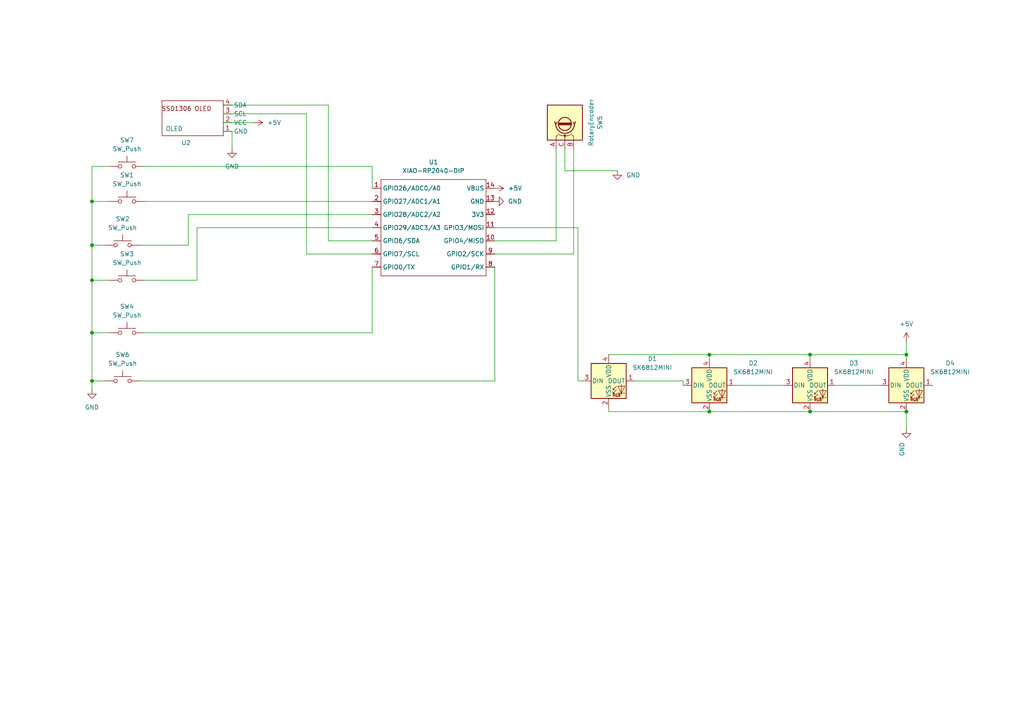
<source format=kicad_sch>
(kicad_sch (version 20250114) (generator "eeschema") (generator_version "9.0")
  (paper "A4")
  (lib_symbols
    (symbol "Device:RotaryEncoder" (pin_names (offset 0.254) (hide yes))
      (property "Reference" "SW" (at 0 6.604 0))
      (property "Value" "RotaryEncoder" (at 0 -6.604 0))
      (symbol "RotaryEncoder_0_1"
        (rectangle (start -5.08 5.08) (end 5.08 -5.08) (stroke (width 0.254)) (fill (type background)))
        (polyline (pts (xy -5.08 2.54) (xy -3.81 2.54) (xy -3.81 2.032)))
        (polyline (pts (xy -5.08 0) (xy -3.81 0) (xy -3.81 -1.016) (xy -3.302 -2.032)))
        (polyline (pts (xy -5.08 -2.54) (xy -3.81 -2.54) (xy -3.81 -2.032)))
        (polyline (pts (xy -4.318 0) (xy -3.81 0) (xy -3.81 1.016) (xy -3.302 2.032)))
        (circle (center -3.81 0) (radius 0.254) (fill (type outline)))
        (polyline (pts (xy -0.635 -1.778) (xy -0.635 1.778)) (stroke (width 0.254)))
        (circle (center -0.381 0) (radius 1.905) (stroke (width 0.254)))
        (polyline (pts (xy -0.381 -1.778) (xy -0.381 1.778)) (stroke (width 0.254)))
        (arc (start -0.381 -2.794) (mid -3.0988 -0.0635) (end -0.381 2.667) (stroke (width 0.254)))
        (polyline (pts (xy -0.127 1.778) (xy -0.127 -1.778)) (stroke (width 0.254)))
        (polyline (pts (xy 0.254 2.921) (xy -0.508 2.667) (xy 0.127 2.286)) (stroke (width 0.254)))
        (polyline (pts (xy 0.254 -3.048) (xy -0.508 -2.794) (xy 0.127 -2.413)) (stroke (width 0.254)))
      )
      (symbol "RotaryEncoder_1_1"
        (pin passive line (at -7.62 2.54 0) (length 2.54) (name "A") (number "A"))
        (pin passive line (at -7.62 0 0) (length 2.54) (name "C") (number "C"))
        (pin passive line (at -7.62 -2.54 0) (length 2.54) (name "B") (number "B"))
      )
    )
    (symbol "LED:SK6812MINI" (pin_names (offset 0.254))
      (property "Reference" "D" (at 5.08 5.715 0))
      (property "Value" "SK6812MINI" (at 1.27 -5.715 0))
      (symbol "SK6812MINI_0_0"
        (text "RGB" (at 2.286 -4.191 0) (effects (font (size 0.762 0.762))))
      )
      (symbol "SK6812MINI_0_1"
        (polyline (pts (xy 1.27 -2.54) (xy 1.778 -2.54)))
        (polyline (pts (xy 1.27 -3.556) (xy 1.778 -3.556)))
        (polyline (pts (xy 2.286 -1.524) (xy 1.27 -2.54) (xy 1.27 -2.032)))
        (polyline (pts (xy 2.286 -2.54) (xy 1.27 -3.556) (xy 1.27 -3.048)))
        (polyline (pts (xy 3.683 -1.016) (xy 3.683 -3.556) (xy 3.683 -4.064)))
        (polyline (pts (xy 4.699 -1.524) (xy 2.667 -1.524) (xy 3.683 -3.556) (xy 4.699 -1.524)))
        (polyline (pts (xy 4.699 -3.556) (xy 2.667 -3.556)))
        (rectangle (start 5.08 5.08) (end -5.08 -5.08) (stroke (width 0.254)) (fill (type background)))
      )
      (symbol "SK6812MINI_1_1"
        (pin input line (at -7.62 0 0) (length 2.54) (name "DIN") (number "3"))
        (pin power_in line (at 0 7.62 270) (length 2.54) (name "VDD") (number "4"))
        (pin power_in line (at 0 -7.62 90) (length 2.54) (name "VSS") (number "2"))
        (pin output line (at 7.62 0 180) (length 2.54) (name "DOUT") (number "1"))
      )
    )
    (symbol "Seeed_Studio_XIAO_Series:XIAO-RP2040-DIP"
      (property "Reference" "U" (at 0 0 0))
      (property "Value" "XIAO-RP2040-DIP" (at 5.334 -1.778 0))
      (symbol "XIAO-RP2040-DIP_1_0"
        (polyline (pts (xy -1.27 -2.54) (xy 29.21 -2.54)) (stroke (width 0.1524)))
        (polyline (pts (xy -1.27 -5.08) (xy -2.54 -5.08)) (stroke (width 0.1524)))
        (polyline (pts (xy -1.27 -5.08) (xy -1.27 -2.54)) (stroke (width 0.1524)))
        (polyline (pts (xy -1.27 -8.89) (xy -2.54 -8.89)) (stroke (width 0.1524)))
        (polyline (pts (xy -1.27 -8.89) (xy -1.27 -5.08)) (stroke (width 0.1524)))
        (polyline (pts (xy -1.27 -12.7) (xy -2.54 -12.7)) (stroke (width 0.1524)))
        (polyline (pts (xy -1.27 -12.7) (xy -1.27 -8.89)) (stroke (width 0.1524)))
        (polyline (pts (xy -1.27 -16.51) (xy -2.54 -16.51)) (stroke (width 0.1524)))
        (polyline (pts (xy -1.27 -16.51) (xy -1.27 -12.7)) (stroke (width 0.1524)))
        (polyline (pts (xy -1.27 -20.32) (xy -2.54 -20.32)) (stroke (width 0.1524)))
        (polyline (pts (xy -1.27 -24.13) (xy -2.54 -24.13)) (stroke (width 0.1524)))
        (polyline (pts (xy -1.27 -27.94) (xy -2.54 -27.94)) (stroke (width 0.1524)))
        (polyline (pts (xy -1.27 -30.48) (xy -1.27 -16.51)) (stroke (width 0.1524)))
        (polyline (pts (xy 29.21 -2.54) (xy 29.21 -5.08)) (stroke (width 0.1524)))
        (polyline (pts (xy 29.21 -5.08) (xy 29.21 -8.89)) (stroke (width 0.1524)))
        (polyline (pts (xy 29.21 -8.89) (xy 29.21 -12.7)) (stroke (width 0.1524)))
        (polyline (pts (xy 29.21 -12.7) (xy 29.21 -30.48)) (stroke (width 0.1524)))
        (polyline (pts (xy 29.21 -30.48) (xy -1.27 -30.48)) (stroke (width 0.1524)))
        (polyline (pts (xy 30.48 -5.08) (xy 29.21 -5.08)) (stroke (width 0.1524)))
        (polyline (pts (xy 30.48 -8.89) (xy 29.21 -8.89)) (stroke (width 0.1524)))
        (polyline (pts (xy 30.48 -12.7) (xy 29.21 -12.7)) (stroke (width 0.1524)))
        (polyline (pts (xy 30.48 -16.51) (xy 29.21 -16.51)) (stroke (width 0.1524)))
        (polyline (pts (xy 30.48 -20.32) (xy 29.21 -20.32)) (stroke (width 0.1524)))
        (polyline (pts (xy 30.48 -24.13) (xy 29.21 -24.13)) (stroke (width 0.1524)))
        (polyline (pts (xy 30.48 -27.94) (xy 29.21 -27.94)) (stroke (width 0.1524)))
        (pin passive line (at -3.81 -5.08 0) (length 2.54) (name "GPIO26/ADC0/A0") (number "1"))
        (pin passive line (at -3.81 -8.89 0) (length 2.54) (name "GPIO27/ADC1/A1") (number "2"))
        (pin passive line (at -3.81 -12.7 0) (length 2.54) (name "GPIO28/ADC2/A2") (number "3"))
        (pin passive line (at -3.81 -16.51 0) (length 2.54) (name "GPIO29/ADC3/A3") (number "4"))
        (pin passive line (at -3.81 -20.32 0) (length 2.54) (name "GPIO6/SDA") (number "5"))
        (pin passive line (at -3.81 -24.13 0) (length 2.54) (name "GPIO7/SCL") (number "6"))
        (pin passive line (at -3.81 -27.94 0) (length 2.54) (name "GPIO0/TX") (number "7"))
        (pin passive line (at 31.75 -5.08 180) (length 2.54) (name "VBUS") (number "14"))
        (pin passive line (at 31.75 -8.89 180) (length 2.54) (name "GND") (number "13"))
        (pin passive line (at 31.75 -12.7 180) (length 2.54) (name "3V3") (number "12"))
        (pin passive line (at 31.75 -16.51 180) (length 2.54) (name "GPIO3/MOSI") (number "11"))
        (pin passive line (at 31.75 -20.32 180) (length 2.54) (name "GPIO4/MISO") (number "10"))
        (pin passive line (at 31.75 -24.13 180) (length 2.54) (name "GPIO2/SCK") (number "9"))
        (pin passive line (at 31.75 -27.94 180) (length 2.54) (name "GPIO1/RX") (number "8"))
      )
    )
    (symbol "Switch:SW_Push" (pin_numbers (hide yes)) (pin_names (offset 1.016) (hide yes))
      (property "Reference" "SW" (at 1.27 2.54 0))
      (property "Value" "SW_Push" (at 0 -1.524 0))
      (symbol "SW_Push_0_1"
        (circle (center -2.032 0) (radius 0.508))
        (polyline (pts (xy 0 1.27) (xy 0 3.048)))
        (circle (center 2.032 0) (radius 0.508))
        (polyline (pts (xy 2.54 1.27) (xy -2.54 1.27)))
        (pin passive line (at -5.08 0 0) (length 2.54) (name "1") (number "1"))
        (pin passive line (at 5.08 0 180) (length 2.54) (name "2") (number "2"))
      )
    )
    (symbol "oled:oled_symb"
      (property "Reference" "U2" (at -14.732 0.762 0))
      (property "Value" "OLED" (at -19.304 -3.302 0))
      (symbol "oled_symb_0_1"
        (rectangle (start -20.32 -1.27) (end -2.54 -11.43))
      )
      (symbol "oled_symb_1_1"
        (text "SSD1306 OLED\n" (at -13.208 -9.144 0) (effects (font (size 1.27 1.27))))
        (pin passive line (at -2.54 -2.54 0) (length 2.54) (name "GND") (number "1"))
        (pin power_in line (at -2.54 -5.08 0) (length 2.54) (name "VCC") (number "2"))
        (pin input line (at -2.54 -7.62 0) (length 2.54) (name "SCL") (number "3"))
        (pin input line (at -2.54 -10.16 0) (length 2.54) (name "SDA") (number "4"))
      )
    )
    (symbol "power:+5V" (power) (pin_numbers (hide yes)) (pin_names (offset 0) (hide yes))
      (property "Value" "+5V" (at 0 3.556 0))
      (symbol "+5V_0_1"
        (polyline (pts (xy -0.762 1.27) (xy 0 2.54)))
        (polyline (pts (xy 0 2.54) (xy 0.762 1.27)))
        (polyline (pts (xy 0 0) (xy 0 2.54)))
      )
      (symbol "+5V_1_1"
        (pin power_in line (at 0 0 90) (length 0) (name "~") (number "1"))
      )
    )
    (symbol "power:GND" (power) (pin_numbers (hide yes)) (pin_names (offset 0) (hide yes))
      (property "Value" "GND" (at 0 -3.81 0))
      (symbol "GND_0_1"
        (polyline (pts (xy 0 0) (xy 0 -1.27) (xy 1.27 -1.27) (xy 0 -2.54) (xy -1.27 -1.27) (xy 0 -1.27)))
      )
      (symbol "GND_1_1"
        (pin power_in line (at 0 0 270) (length 0) (name "~") (number "1"))
      )
    )
  )
  (junction (at 26.67 110.49))
  (junction (at 26.67 81.28))
  (junction (at 26.67 58.42))
  (junction (at 205.74 102.87))
  (junction (at 234.95 102.87))
  (junction (at 262.89 119.38))
  (junction (at 234.95 119.38))
  (junction (at 26.67 71.12))
  (junction (at 205.74 119.38))
  (junction (at 26.67 96.52))
  (junction (at 262.89 102.87))
  (wire (pts (xy 40.64 71.12) (xy 54.61 71.12)))
  (wire (pts (xy 64.77 35.56) (xy 73.66 35.56)))
  (wire (pts (xy 40.64 110.49) (xy 143.51 110.49)))
  (wire (pts (xy 26.67 96.52) (xy 31.75 96.52)))
  (wire (pts (xy 166.37 43.18) (xy 166.37 73.66)))
  (wire (pts (xy 41.91 58.42) (xy 107.95 58.42)))
  (wire (pts (xy 95.25 69.85) (xy 107.95 69.85)))
  (wire (pts (xy 67.31 43.18) (xy 67.31 38.1)))
  (wire (pts (xy 41.91 48.26) (xy 107.95 48.26)))
  (wire (pts (xy 168.91 110.49) (xy 167.64 110.49)))
  (wire (pts (xy 176.53 119.38) (xy 205.74 119.38)))
  (wire (pts (xy 205.74 102.87) (xy 205.74 104.14)))
  (wire (pts (xy 88.9 33.02) (xy 88.9 73.66)))
  (wire (pts (xy 234.95 102.87) (xy 205.74 102.87)))
  (wire (pts (xy 54.61 62.23) (xy 107.95 62.23)))
  (wire (pts (xy 143.51 73.66) (xy 166.37 73.66)))
  (wire (pts (xy 262.89 102.87) (xy 262.89 104.14)))
  (wire (pts (xy 26.67 81.28) (xy 31.75 81.28)))
  (wire (pts (xy 262.89 119.38) (xy 262.89 124.46)))
  (wire (pts (xy 95.25 30.48) (xy 95.25 69.85)))
  (wire (pts (xy 57.15 81.28) (xy 57.15 66.04)))
  (wire (pts (xy 57.15 66.04) (xy 107.95 66.04)))
  (wire (pts (xy 163.83 43.18) (xy 163.83 49.53)))
  (wire (pts (xy 41.91 81.28) (xy 57.15 81.28)))
  (wire (pts (xy 64.77 30.48) (xy 95.25 30.48)))
  (wire (pts (xy 67.31 38.1) (xy 64.77 38.1)))
  (wire (pts (xy 143.51 69.85) (xy 161.29 69.85)))
  (wire (pts (xy 184.15 110.49) (xy 198.12 110.49)))
  (wire (pts (xy 167.64 66.04) (xy 143.51 66.04)))
  (wire (pts (xy 234.95 102.87) (xy 234.95 104.14)))
  (wire (pts (xy 262.89 99.06) (xy 262.89 102.87)))
  (wire (pts (xy 205.74 102.87) (xy 176.53 102.87)))
  (wire (pts (xy 26.67 110.49) (xy 26.67 113.03)))
  (wire (pts (xy 54.61 71.12) (xy 54.61 62.23)))
  (wire (pts (xy 107.95 48.26) (xy 107.95 54.61)))
  (wire (pts (xy 213.36 111.76) (xy 227.33 111.76)))
  (wire (pts (xy 26.67 96.52) (xy 26.67 110.49)))
  (wire (pts (xy 107.95 77.47) (xy 107.95 96.52)))
  (wire (pts (xy 262.89 102.87) (xy 234.95 102.87)))
  (wire (pts (xy 26.67 81.28) (xy 26.67 96.52)))
  (wire (pts (xy 31.75 48.26) (xy 26.67 48.26)))
  (wire (pts (xy 26.67 71.12) (xy 30.48 71.12)))
  (wire (pts (xy 88.9 73.66) (xy 107.95 73.66)))
  (wire (pts (xy 205.74 119.38) (xy 234.95 119.38)))
  (wire (pts (xy 161.29 69.85) (xy 161.29 43.18)))
  (wire (pts (xy 242.57 111.76) (xy 255.27 111.76)))
  (wire (pts (xy 143.51 110.49) (xy 143.51 77.47)))
  (wire (pts (xy 26.67 58.42) (xy 26.67 71.12)))
  (wire (pts (xy 163.83 49.53) (xy 179.07 49.53)))
  (wire (pts (xy 176.53 119.38) (xy 176.53 118.11)))
  (wire (pts (xy 26.67 110.49) (xy 30.48 110.49)))
  (wire (pts (xy 26.67 71.12) (xy 26.67 81.28)))
  (wire (pts (xy 198.12 110.49) (xy 198.12 111.76)))
  (wire (pts (xy 26.67 48.26) (xy 26.67 58.42)))
  (wire (pts (xy 88.9 33.02) (xy 64.77 33.02)))
  (wire (pts (xy 234.95 119.38) (xy 262.89 119.38)))
  (wire (pts (xy 26.67 58.42) (xy 31.75 58.42)))
  (wire (pts (xy 107.95 96.52) (xy 41.91 96.52)))
  (wire (pts (xy 167.64 110.49) (xy 167.64 66.04)))
  (symbol (lib_id "power:GND") (at 262.89 124.46 0) (mirror y) (unit 1)
    (property "Reference" "#PWR04" (effects (hide yes)))
    (property "Value" "GND" (at 261.6201 128.27 90) (effects (justify right)))
    (property "Description" "Power symbol creates a global label with name \"GND\" , ground" (effects (hide yes)))
  )
  (symbol (lib_id "Switch:SW_Push") (at 35.56 110.49 0) (unit 1)
    (property "Reference" "SW6" (at 35.56 102.87 0))
    (property "Value" "SW_Push" (at 35.56 105.41 0))
    (property "Footprint" "Button_Switch_Keyboard:SW_Cherry_MX_1.00u_PCB" (effects (hide yes)))
    (property "Description" "Push button switch, generic, two pins" (effects (hide yes)))
  )
  (symbol (lib_id "LED:SK6812MINI") (at 262.89 111.76 0) (unit 1)
    (property "Reference" "D4" (at 275.59 105.3398 0))
    (property "Value" "SK6812MINI" (at 275.59 107.8798 0))
    (property "Footprint" "LED_SMD:LED_SK6812MINI_PLCC4_3.5x3.5mm_P1.75mm" (effects (hide yes)))
    (property "Datasheet" "https://cdn-shop.adafruit.com/product-files/2686/SK6812MINI_REV.01-1-2.pdf" (effects (hide yes)))
    (property "Description" "RGB LED with integrated controller" (effects (hide yes)))
  )
  (symbol (lib_id "LED:SK6812MINI") (at 234.95 111.76 0) (unit 1)
    (property "Reference" "D3" (at 247.65 105.3398 0))
    (property "Value" "SK6812MINI" (at 247.65 107.8798 0))
    (property "Footprint" "LED_SMD:LED_SK6812MINI_PLCC4_3.5x3.5mm_P1.75mm" (effects (hide yes)))
    (property "Datasheet" "https://cdn-shop.adafruit.com/product-files/2686/SK6812MINI_REV.01-1-2.pdf" (effects (hide yes)))
    (property "Description" "RGB LED with integrated controller" (effects (hide yes)))
  )
  (symbol (lib_id "Switch:SW_Push") (at 35.56 71.12 0) (unit 1)
    (property "Reference" "SW2" (at 35.56 63.5 0))
    (property "Value" "SW_Push" (at 35.56 66.04 0))
    (property "Footprint" "Button_Switch_Keyboard:SW_Cherry_MX_1.00u_PCB" (effects (hide yes)))
    (property "Description" "Push button switch, generic, two pins" (effects (hide yes)))
  )
  (symbol (lib_id "power:GND") (at 67.31 43.18 0) (mirror y) (unit 1)
    (property "Reference" "#PWR02" (effects (hide yes)))
    (property "Value" "GND" (at 67.31 48.26 0))
    (property "Description" "Power symbol creates a global label with name \"GND\" , ground" (effects (hide yes)))
  )
  (symbol (lib_id "Switch:SW_Push") (at 36.83 81.28 0) (unit 1)
    (property "Reference" "SW3" (at 36.83 73.66 0))
    (property "Value" "SW_Push" (at 36.83 76.2 0))
    (property "Footprint" "Button_Switch_Keyboard:SW_Cherry_MX_1.00u_PCB" (effects (hide yes)))
    (property "Description" "Push button switch, generic, two pins" (effects (hide yes)))
  )
  (symbol (lib_id "Device:RotaryEncoder") (at 163.83 35.56 90) (unit 1)
    (property "Reference" "SW5" (at 173.99 35.56 0))
    (property "Value" "RotaryEncoder" (at 171.45 35.56 0))
    (property "Footprint" "Rotary_Encoder:RotaryEncoder_Alps_EC11E_Vertical_H20mm" (effects (hide yes)))
    (property "Description" "Rotary encoder, dual channel, incremental quadrate outputs" (effects (hide yes)))
  )
  (symbol (lib_id "Seeed_Studio_XIAO_Series:XIAO-RP2040-DIP") (at 111.76 49.53 0) (unit 1)
    (property "Reference" "U1" (at 125.73 46.99 0))
    (property "Value" "XIAO-RP2040-DIP" (at 125.73 49.53 0))
    (property "Footprint" "XIAO:XIAO-RP2040-DIP" (effects (hide yes)))
  )
  (symbol (lib_id "Switch:SW_Push") (at 36.83 96.52 0) (unit 1)
    (property "Reference" "SW4" (at 36.83 88.9 0))
    (property "Value" "SW_Push" (at 36.83 91.44 0))
    (property "Footprint" "Button_Switch_Keyboard:SW_Cherry_MX_1.00u_PCB" (effects (hide yes)))
    (property "Description" "Push button switch, generic, two pins" (effects (hide yes)))
  )
  (symbol (lib_id "Switch:SW_Push") (at 36.83 58.42 0) (unit 1)
    (property "Reference" "SW1" (at 36.83 50.8 0))
    (property "Value" "SW_Push" (at 36.83 53.34 0))
    (property "Footprint" "Button_Switch_Keyboard:SW_Cherry_MX_1.00u_PCB" (effects (hide yes)))
    (property "Description" "Push button switch, generic, two pins" (effects (hide yes)))
  )
  (symbol (lib_id "oled:oled_symb") (at 67.31 40.64 0) (mirror x) (unit 1)
    (property "Reference" "U2" (at 52.578 41.402 0) (effects (justify left)))
    (property "Value" "OLED" (at 48.006 37.338 0) (effects (justify left)))
    (property "Footprint" "OLED:SSD1306-0.91-OLED-4pin-128x32" (effects (hide yes)))
  )
  (symbol (lib_id "power:+5V") (at 143.51 54.61 270) (mirror x) (unit 1)
    (property "Reference" "#PWR08" (effects (hide yes)))
    (property "Value" "+5V" (at 147.32 54.6101 90) (effects (justify left)))
    (property "Description" "Power symbol creates a global label with name \"+5V\"" (effects (hide yes)))
  )
  (symbol (lib_id "power:GND") (at 179.07 49.53 0) (mirror y) (unit 1)
    (property "Reference" "#PWR05" (effects (hide yes)))
    (property "Value" "GND" (at 181.61 50.7999 0) (effects (justify right)))
    (property "Description" "Power symbol creates a global label with name \"GND\" , ground" (effects (hide yes)))
  )
  (symbol (lib_id "LED:SK6812MINI") (at 176.53 110.49 0) (unit 1)
    (property "Reference" "D1" (at 189.23 104.0698 0))
    (property "Value" "SK6812MINI" (at 189.23 106.6098 0))
    (property "Footprint" "LED_SMD:LED_SK6812MINI_PLCC4_3.5x3.5mm_P1.75mm" (effects (hide yes)))
    (property "Datasheet" "https://cdn-shop.adafruit.com/product-files/2686/SK6812MINI_REV.01-1-2.pdf" (effects (hide yes)))
    (property "Description" "RGB LED with integrated controller" (effects (hide yes)))
  )
  (symbol (lib_id "power:+5V") (at 262.89 99.06 0) (mirror y) (unit 1)
    (property "Reference" "#PWR06" (effects (hide yes)))
    (property "Value" "+5V" (at 262.89 93.98 0))
    (property "Description" "Power symbol creates a global label with name \"+5V\"" (effects (hide yes)))
  )
  (symbol (lib_id "power:GND") (at 26.67 113.03 0) (unit 1)
    (property "Reference" "#PWR01" (effects (hide yes)))
    (property "Value" "GND" (at 26.67 118.11 0))
    (property "Description" "Power symbol creates a global label with name \"GND\" , ground" (effects (hide yes)))
  )
  (symbol (lib_id "power:+5V") (at 73.66 35.56 270) (mirror x) (unit 1)
    (property "Reference" "#PWR03" (effects (hide yes)))
    (property "Value" "+5V" (at 77.47 35.5601 90) (effects (justify left)))
    (property "Description" "Power symbol creates a global label with name \"+5V\"" (effects (hide yes)))
  )
  (symbol (lib_id "power:GND") (at 143.51 58.42 90) (mirror x) (unit 1)
    (property "Reference" "#PWR07" (effects (hide yes)))
    (property "Value" "GND" (at 147.32 58.4199 90) (effects (justify right)))
    (property "Description" "Power symbol creates a global label with name \"GND\" , ground" (effects (hide yes)))
  )
  (symbol (lib_id "Switch:SW_Push") (at 36.83 48.26 0) (unit 1)
    (property "Reference" "SW7" (at 36.83 40.64 0))
    (property "Value" "SW_Push" (at 36.83 43.18 0))
    (property "Footprint" "Button_Switch_Keyboard:SW_Cherry_MX_1.00u_PCB" (effects (hide yes)))
    (property "Description" "Push button switch, generic, two pins" (effects (hide yes)))
  )
  (symbol (lib_id "LED:SK6812MINI") (at 205.74 111.76 0) (unit 1)
    (property "Reference" "D2" (at 218.44 105.3398 0))
    (property "Value" "SK6812MINI" (at 218.44 107.8798 0))
    (property "Footprint" "LED_SMD:LED_SK6812MINI_PLCC4_3.5x3.5mm_P1.75mm" (effects (hide yes)))
    (property "Datasheet" "https://cdn-shop.adafruit.com/product-files/2686/SK6812MINI_REV.01-1-2.pdf" (effects (hide yes)))
    (property "Description" "RGB LED with integrated controller" (effects (hide yes)))
  )
)
</source>
